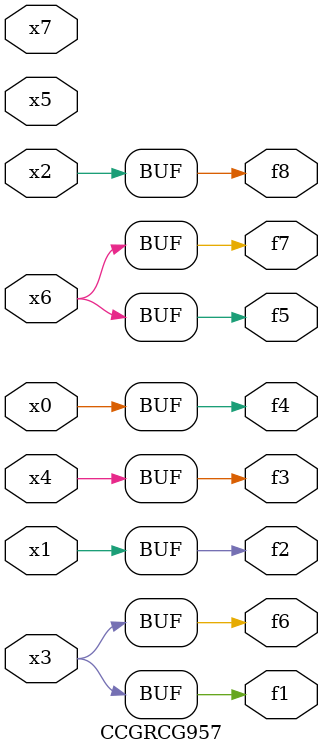
<source format=v>
module CCGRCG957(
	input x0, x1, x2, x3, x4, x5, x6, x7,
	output f1, f2, f3, f4, f5, f6, f7, f8
);
	assign f1 = x3;
	assign f2 = x1;
	assign f3 = x4;
	assign f4 = x0;
	assign f5 = x6;
	assign f6 = x3;
	assign f7 = x6;
	assign f8 = x2;
endmodule

</source>
